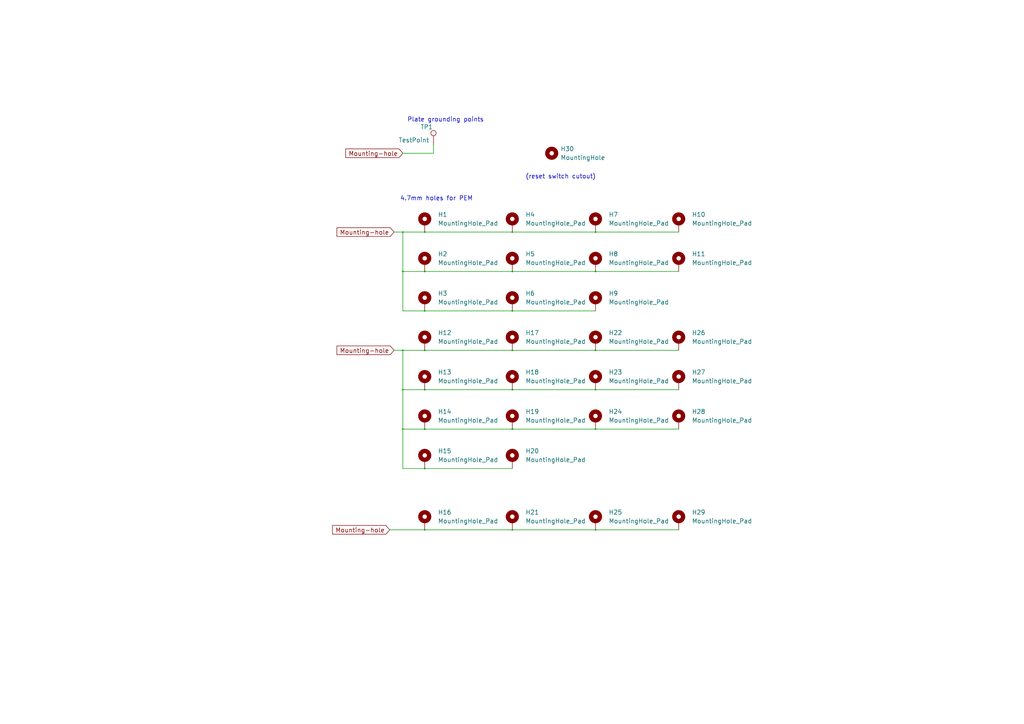
<source format=kicad_sch>
(kicad_sch (version 20230121) (generator eeschema)
  (paper "A4")
  (lib_symbols
    (symbol "Connector:TestPoint" (pin_numbers hide) (pin_names (offset 0.762) hide)
      (property "Reference" "TP" (at 0 6.858 0))
      (property "Value" "TestPoint" (at 0 5.08 0))
      (symbol "TestPoint_0_1"
        (circle (center 0 3.302) (radius 0.762))
      )
      (symbol "TestPoint_1_1"
        (pin passive line (at 0 0 90) (length 2.54) (name "1") (number "1"))
      )
    )
    (symbol "Mechanical:MountingHole" (pin_names (offset 1.016))
      (property "Reference" "H" (at 0 5.08 0))
      (property "Value" "MountingHole" (at 0 3.175 0))
      (symbol "MountingHole_0_1"
        (circle (center 0 0) (radius 1.27) (stroke (width 1.27)))
      )
    )
    (symbol "Mechanical:MountingHole_Pad" (pin_numbers hide) (pin_names hide)
      (property "Reference" "H" (at 0 6.35 0))
      (property "Value" "MountingHole_Pad" (at 0 4.445 0))
      (symbol "MountingHole_Pad_0_1"
        (circle (center 0 1.27) (radius 1.27) (stroke (width 1.27)))
      )
      (symbol "MountingHole_Pad_1_1"
        (pin input line (at 0 -2.54 90) (length 2.54) (name "1") (number "1"))
      )
    )
  )
  (junction (at 148.59 153.67) (diameter 0.3048))
  (junction (at 172.72 113.03) (diameter 0.3048))
  (junction (at 172.72 153.67) (diameter 0.3048))
  (junction (at 123.19 101.6) (diameter 0.3048))
  (junction (at 123.19 135.89) (diameter 0.3048))
  (junction (at 123.19 124.46) (diameter 0.3048))
  (junction (at 148.59 67.31) (diameter 0.3048))
  (junction (at 123.19 78.74) (diameter 0.3048))
  (junction (at 172.72 67.31) (diameter 0.3048))
  (junction (at 172.72 101.6) (diameter 0.3048))
  (junction (at 148.59 90.17) (diameter 0.3048))
  (junction (at 148.59 101.6) (diameter 0.3048))
  (junction (at 123.19 113.03) (diameter 0.3048))
  (junction (at 172.72 78.74) (diameter 0.3048))
  (junction (at 123.19 67.31) (diameter 0.3048))
  (junction (at 116.84 78.74) (diameter 0.3048))
  (junction (at 116.84 124.46) (diameter 0.3048))
  (junction (at 116.84 67.31) (diameter 0.3048))
  (junction (at 148.59 113.03) (diameter 0.3048))
  (junction (at 116.84 113.03) (diameter 0.3048))
  (junction (at 123.19 90.17) (diameter 0.3048))
  (junction (at 148.59 124.46) (diameter 0.3048))
  (junction (at 148.59 78.74) (diameter 0.3048))
  (junction (at 172.72 124.46) (diameter 0.3048))
  (junction (at 123.19 153.67) (diameter 0.3048))
  (junction (at 116.84 101.6) (diameter 0.3048))
  (wire (pts (xy 172.72 113.03) (xy 148.59 113.03)))
  (wire (pts (xy 172.72 101.6) (xy 148.59 101.6)))
  (wire (pts (xy 116.84 44.45) (xy 125.73 44.45)))
  (wire (pts (xy 125.73 41.91) (xy 125.73 44.45)))
  (wire (pts (xy 113.03 153.67) (xy 123.19 153.67)))
  (wire (pts (xy 116.84 135.89) (xy 116.84 124.46)))
  (wire (pts (xy 148.59 90.17) (xy 123.19 90.17)))
  (wire (pts (xy 196.85 78.74) (xy 172.72 78.74)))
  (wire (pts (xy 123.19 90.17) (xy 116.84 90.17)))
  (wire (pts (xy 116.84 67.31) (xy 123.19 67.31)))
  (wire (pts (xy 123.19 135.89) (xy 116.84 135.89)))
  (wire (pts (xy 114.3 101.6) (xy 116.84 101.6)))
  (wire (pts (xy 123.19 101.6) (xy 116.84 101.6)))
  (wire (pts (xy 172.72 90.17) (xy 148.59 90.17)))
  (wire (pts (xy 172.72 124.46) (xy 148.59 124.46)))
  (wire (pts (xy 196.85 153.67) (xy 172.72 153.67)))
  (wire (pts (xy 123.19 113.03) (xy 116.84 113.03)))
  (wire (pts (xy 114.3 67.31) (xy 116.84 67.31)))
  (wire (pts (xy 148.59 113.03) (xy 123.19 113.03)))
  (wire (pts (xy 148.59 101.6) (xy 123.19 101.6)))
  (wire (pts (xy 172.72 78.74) (xy 148.59 78.74)))
  (wire (pts (xy 172.72 153.67) (xy 148.59 153.67)))
  (wire (pts (xy 123.19 78.74) (xy 116.84 78.74)))
  (wire (pts (xy 123.19 124.46) (xy 116.84 124.46)))
  (wire (pts (xy 148.59 67.31) (xy 172.72 67.31)))
  (wire (pts (xy 123.19 67.31) (xy 148.59 67.31)))
  (wire (pts (xy 172.72 67.31) (xy 196.85 67.31)))
  (wire (pts (xy 148.59 153.67) (xy 123.19 153.67)))
  (wire (pts (xy 148.59 135.89) (xy 123.19 135.89)))
  (wire (pts (xy 196.85 113.03) (xy 172.72 113.03)))
  (wire (pts (xy 148.59 78.74) (xy 123.19 78.74)))
  (wire (pts (xy 116.84 78.74) (xy 116.84 67.31)))
  (wire (pts (xy 116.84 90.17) (xy 116.84 78.74)))
  (wire (pts (xy 148.59 124.46) (xy 123.19 124.46)))
  (wire (pts (xy 116.84 124.46) (xy 116.84 113.03)))
  (wire (pts (xy 116.84 113.03) (xy 116.84 101.6)))
  (wire (pts (xy 196.85 101.6) (xy 172.72 101.6)))
  (wire (pts (xy 196.85 124.46) (xy 172.72 124.46)))
  (text "4.7mm holes for PEM" (at 137.16 58.42 0) (effects (font (size 1.27 1.27)) (justify right bottom)))
  (text "(reset switch cutout)" (at 152.4 52.07 0) (effects (font (size 1.27 1.27)) (justify left bottom)))
  (text "Plate grounding points" (at 118.11 35.56 0) (effects (font (size 1.27 1.27)) (justify left bottom)))
  (global_label "Mounting-hole" (shape input) (at 114.3 67.31 180) (property "Intersheetrefs" "${INTERSHEET_REFS}" (effects hide)))
  (global_label "Mounting-hole" (shape input) (at 114.3 101.6 180) (property "Intersheetrefs" "${INTERSHEET_REFS}" (effects hide)))
  (global_label "Mounting-hole" (shape input) (at 116.84 44.45 180) (property "Intersheetrefs" "${INTERSHEET_REFS}" (effects hide)))
  (global_label "Mounting-hole" (shape input) (at 113.03 153.67 180) (property "Intersheetrefs" "${INTERSHEET_REFS}" (effects hide)))
  (symbol (lib_id "Mechanical:MountingHole_Pad") (at 196.85 151.13 0) (unit 1)
    (property "Reference" "H29" (at 200.66 148.59 0) (effects (justify left)))
    (property "Value" "MountingHole_Pad" (at 200.66 151.13 0) (effects (justify left)))
    (property "Footprint" "MountingHole:MountingHole_5.3mm_M5_DIN965_Pad" (effects hide))
  )
  (symbol (lib_id "Mechanical:MountingHole_Pad") (at 123.19 87.63 0) (unit 1)
    (property "Reference" "H3" (at 127 85.09 0) (effects (justify left)))
    (property "Value" "MountingHole_Pad" (at 127 87.63 0) (effects (justify left)))
    (property "Footprint" "Boston-3DP-plate-library:PEM-KF2-M3-ET_(solder-in)" (effects hide))
  )
  (symbol (lib_id "Mechanical:MountingHole_Pad") (at 196.85 76.2 0) (unit 1)
    (property "Reference" "H11" (at 200.66 73.66 0) (effects (justify left)))
    (property "Value" "MountingHole_Pad" (at 200.66 76.2 0) (effects (justify left)))
    (property "Footprint" "Boston-3DP-plate-library:PEM-KF2-M3-ET_(solder-in)" (effects hide))
  )
  (symbol (lib_id "Mechanical:MountingHole_Pad") (at 148.59 99.06 0) (unit 1)
    (property "Reference" "H17" (at 152.4 96.52 0) (effects (justify left)))
    (property "Value" "MountingHole_Pad" (at 152.4 99.06 0) (effects (justify left)))
    (property "Footprint" "MountingHole:MountingHole_2.2mm_M2_Pad" (effects hide))
  )
  (symbol (lib_id "Mechanical:MountingHole_Pad") (at 148.59 133.35 0) (unit 1)
    (property "Reference" "H20" (at 152.4 130.81 0) (effects (justify left)))
    (property "Value" "MountingHole_Pad" (at 152.4 133.35 0) (effects (justify left)))
    (property "Footprint" "MountingHole:MountingHole_2.2mm_M2_Pad" (effects hide))
  )
  (symbol (lib_id "Connector:TestPoint") (at 125.73 41.91 0) (unit 1)
    (property "Reference" "TP1" (at 121.92 36.83 0) (effects (justify left)))
    (property "Value" "TestPoint" (at 115.57 40.64 0) (effects (justify left)))
    (property "Footprint" "Boston-3DP-plate-library:Pad-4x10mm" (effects hide))
  )
  (symbol (lib_id "Mechanical:MountingHole_Pad") (at 172.72 151.13 0) (unit 1)
    (property "Reference" "H25" (at 176.53 148.59 0) (effects (justify left)))
    (property "Value" "MountingHole_Pad" (at 176.53 151.13 0) (effects (justify left)))
    (property "Footprint" "MountingHole:MountingHole_2.2mm_M2_Pad" (effects hide))
  )
  (symbol (lib_id "Mechanical:MountingHole_Pad") (at 148.59 87.63 0) (unit 1)
    (property "Reference" "H6" (at 152.4 85.09 0) (effects (justify left)))
    (property "Value" "MountingHole_Pad" (at 152.4 87.63 0) (effects (justify left)))
    (property "Footprint" "Boston-3DP-plate-library:PEM-KF2-M3-ET_(solder-in)" (effects hide))
  )
  (symbol (lib_id "Mechanical:MountingHole_Pad") (at 123.19 64.77 0) (unit 1)
    (property "Reference" "H1" (at 127 62.23 0) (effects (justify left)))
    (property "Value" "MountingHole_Pad" (at 127 64.77 0) (effects (justify left)))
    (property "Footprint" "Boston-3DP-plate-library:PEM-KF2-M3-ET_(solder-in)" (effects hide))
  )
  (symbol (lib_id "Mechanical:MountingHole_Pad") (at 148.59 76.2 0) (unit 1)
    (property "Reference" "H5" (at 152.4 73.66 0) (effects (justify left)))
    (property "Value" "MountingHole_Pad" (at 152.4 76.2 0) (effects (justify left)))
    (property "Footprint" "Boston-3DP-plate-library:PEM-KF2-M3-ET_(solder-in)" (effects hide))
  )
  (symbol (lib_id "Mechanical:MountingHole_Pad") (at 172.72 64.77 0) (unit 1)
    (property "Reference" "H7" (at 176.53 62.23 0) (effects (justify left)))
    (property "Value" "MountingHole_Pad" (at 176.53 64.77 0) (effects (justify left)))
    (property "Footprint" "Boston-3DP-plate-library:PEM-KF2-M3-ET_(solder-in)" (effects hide))
  )
  (symbol (lib_id "Mechanical:MountingHole_Pad") (at 123.19 99.06 0) (unit 1)
    (property "Reference" "H12" (at 127 96.52 0) (effects (justify left)))
    (property "Value" "MountingHole_Pad" (at 127 99.06 0) (effects (justify left)))
    (property "Footprint" "MountingHole:MountingHole_2.2mm_M2_Pad" (effects hide))
  )
  (symbol (lib_id "Mechanical:MountingHole_Pad") (at 172.72 99.06 0) (unit 1)
    (property "Reference" "H22" (at 176.53 96.52 0) (effects (justify left)))
    (property "Value" "MountingHole_Pad" (at 176.53 99.06 0) (effects (justify left)))
    (property "Footprint" "MountingHole:MountingHole_2.2mm_M2_Pad" (effects hide))
  )
  (symbol (lib_id "Mechanical:MountingHole_Pad") (at 196.85 64.77 0) (unit 1)
    (property "Reference" "H10" (at 200.66 62.23 0) (effects (justify left)))
    (property "Value" "MountingHole_Pad" (at 200.66 64.77 0) (effects (justify left)))
    (property "Footprint" "Boston-3DP-plate-library:PEM-KF2-M3-ET_(solder-in)" (effects hide))
  )
  (symbol (lib_id "Mechanical:MountingHole_Pad") (at 172.72 87.63 0) (unit 1)
    (property "Reference" "H9" (at 176.53 85.09 0) (effects (justify left)))
    (property "Value" "MountingHole_Pad" (at 176.53 87.63 0) (effects (justify left)))
    (property "Footprint" "Boston-3DP-plate-library:PEM-KF2-M3-ET_(solder-in)" (effects hide))
  )
  (symbol (lib_id "Mechanical:MountingHole_Pad") (at 148.59 121.92 0) (unit 1)
    (property "Reference" "H19" (at 152.4 119.38 0) (effects (justify left)))
    (property "Value" "MountingHole_Pad" (at 152.4 121.92 0) (effects (justify left)))
    (property "Footprint" "MountingHole:MountingHole_2.2mm_M2_Pad" (effects hide))
  )
  (symbol (lib_id "Mechanical:MountingHole_Pad") (at 172.72 76.2 0) (unit 1)
    (property "Reference" "H8" (at 176.53 73.66 0) (effects (justify left)))
    (property "Value" "MountingHole_Pad" (at 176.53 76.2 0) (effects (justify left)))
    (property "Footprint" "Boston-3DP-plate-library:PEM-KF2-M3-ET_(solder-in)" (effects hide))
  )
  (symbol (lib_id "Mechanical:MountingHole_Pad") (at 148.59 110.49 0) (unit 1)
    (property "Reference" "H18" (at 152.4 107.95 0) (effects (justify left)))
    (property "Value" "MountingHole_Pad" (at 152.4 110.49 0) (effects (justify left)))
    (property "Footprint" "MountingHole:MountingHole_2.2mm_M2_Pad" (effects hide))
  )
  (symbol (lib_id "Mechanical:MountingHole_Pad") (at 148.59 64.77 0) (unit 1)
    (property "Reference" "H4" (at 152.4 62.23 0) (effects (justify left)))
    (property "Value" "MountingHole_Pad" (at 152.4 64.77 0) (effects (justify left)))
    (property "Footprint" "Boston-3DP-plate-library:PEM-KF2-M3-ET_(solder-in)" (effects hide))
  )
  (symbol (lib_id "Mechanical:MountingHole_Pad") (at 172.72 121.92 0) (unit 1)
    (property "Reference" "H24" (at 176.53 119.38 0) (effects (justify left)))
    (property "Value" "MountingHole_Pad" (at 176.53 121.92 0) (effects (justify left)))
    (property "Footprint" "MountingHole:MountingHole_2.2mm_M2_Pad" (effects hide))
  )
  (symbol (lib_id "Mechanical:MountingHole_Pad") (at 148.59 151.13 0) (unit 1)
    (property "Reference" "H21" (at 152.4 148.59 0) (effects (justify left)))
    (property "Value" "MountingHole_Pad" (at 152.4 151.13 0) (effects (justify left)))
    (property "Footprint" "MountingHole:MountingHole_2.2mm_M2_Pad" (effects hide))
  )
  (symbol (lib_id "Mechanical:MountingHole_Pad") (at 123.19 133.35 0) (unit 1)
    (property "Reference" "H15" (at 127 130.81 0) (effects (justify left)))
    (property "Value" "MountingHole_Pad" (at 127 133.35 0) (effects (justify left)))
    (property "Footprint" "MountingHole:MountingHole_2.2mm_M2_Pad" (effects hide))
  )
  (symbol (lib_id "Mechanical:MountingHole_Pad") (at 172.72 110.49 0) (unit 1)
    (property "Reference" "H23" (at 176.53 107.95 0) (effects (justify left)))
    (property "Value" "MountingHole_Pad" (at 176.53 110.49 0) (effects (justify left)))
    (property "Footprint" "MountingHole:MountingHole_2.2mm_M2_Pad" (effects hide))
  )
  (symbol (lib_id "Mechanical:MountingHole_Pad") (at 123.19 76.2 0) (unit 1)
    (property "Reference" "H2" (at 127 73.66 0) (effects (justify left)))
    (property "Value" "MountingHole_Pad" (at 127 76.2 0) (effects (justify left)))
    (property "Footprint" "Boston-3DP-plate-library:PEM-KF2-M3-ET_(solder-in)" (effects hide))
  )
  (symbol (lib_id "Mechanical:MountingHole_Pad") (at 123.19 121.92 0) (unit 1)
    (property "Reference" "H14" (at 127 119.38 0) (effects (justify left)))
    (property "Value" "MountingHole_Pad" (at 127 121.92 0) (effects (justify left)))
    (property "Footprint" "MountingHole:MountingHole_2.2mm_M2_Pad" (effects hide))
  )
  (symbol (lib_id "Mechanical:MountingHole_Pad") (at 196.85 121.92 0) (unit 1)
    (property "Reference" "H28" (at 200.66 119.38 0) (effects (justify left)))
    (property "Value" "MountingHole_Pad" (at 200.66 121.92 0) (effects (justify left)))
    (property "Footprint" "MountingHole:MountingHole_5.3mm_M5_DIN965_Pad" (effects hide))
  )
  (symbol (lib_id "Mechanical:MountingHole_Pad") (at 123.19 110.49 0) (unit 1)
    (property "Reference" "H13" (at 127 107.95 0) (effects (justify left)))
    (property "Value" "MountingHole_Pad" (at 127 110.49 0) (effects (justify left)))
    (property "Footprint" "MountingHole:MountingHole_2.2mm_M2_Pad" (effects hide))
  )
  (symbol (lib_id "Mechanical:MountingHole") (at 160.02 44.45 0) (unit 1)
    (property "Reference" "H30" (at 162.56 43.1799 0) (effects (justify left)))
    (property "Value" "MountingHole" (at 162.56 45.7199 0) (effects (justify left)))
    (property "Footprint" "Boston-3DP-plate-library:6x6-Tact-switch-opening-enlarged" (effects hide))
  )
  (symbol (lib_id "Mechanical:MountingHole_Pad") (at 196.85 99.06 0) (unit 1)
    (property "Reference" "H26" (at 200.66 96.52 0) (effects (justify left)))
    (property "Value" "MountingHole_Pad" (at 200.66 99.06 0) (effects (justify left)))
    (property "Footprint" "MountingHole:MountingHole_5.3mm_M5_DIN965_Pad" (effects hide))
  )
  (symbol (lib_id "Mechanical:MountingHole_Pad") (at 123.19 151.13 0) (unit 1)
    (property "Reference" "H16" (at 127 148.59 0) (effects (justify left)))
    (property "Value" "MountingHole_Pad" (at 127 151.13 0) (effects (justify left)))
    (property "Footprint" "MountingHole:MountingHole_2.2mm_M2_Pad" (effects hide))
  )
  (symbol (lib_id "Mechanical:MountingHole_Pad") (at 196.85 110.49 0) (unit 1)
    (property "Reference" "H27" (at 200.66 107.95 0) (effects (justify left)))
    (property "Value" "MountingHole_Pad" (at 200.66 110.49 0) (effects (justify left)))
    (property "Footprint" "MountingHole:MountingHole_5.3mm_M5_DIN965_Pad" (effects hide))
  )
)
</source>
